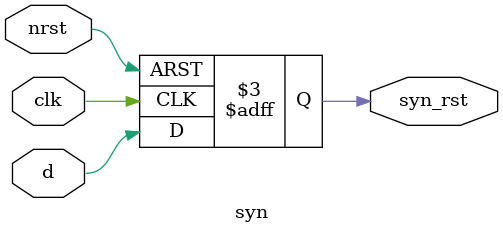
<source format=v>
module syn(input wire d,nrst,clk,
output reg syn_rst
);

always @ (posedge clk or negedge nrst) 
begin
if(~nrst)

	syn_rst <= 0;
else
	syn_rst <= d;


end
endmodule

</source>
